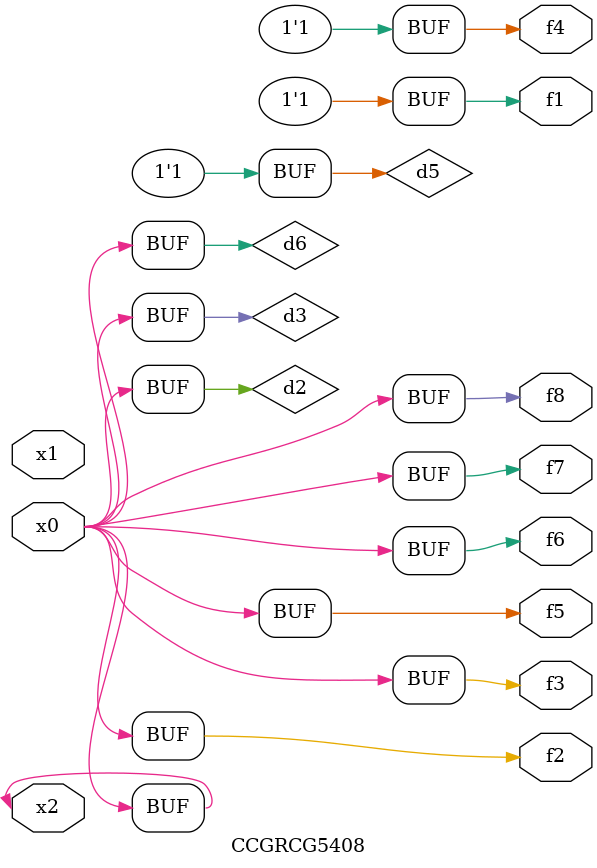
<source format=v>
module CCGRCG5408(
	input x0, x1, x2,
	output f1, f2, f3, f4, f5, f6, f7, f8
);

	wire d1, d2, d3, d4, d5, d6;

	xnor (d1, x2);
	buf (d2, x0, x2);
	and (d3, x0);
	xnor (d4, x1, x2);
	nand (d5, d1, d3);
	buf (d6, d2, d3);
	assign f1 = d5;
	assign f2 = d6;
	assign f3 = d6;
	assign f4 = d5;
	assign f5 = d6;
	assign f6 = d6;
	assign f7 = d6;
	assign f8 = d6;
endmodule

</source>
